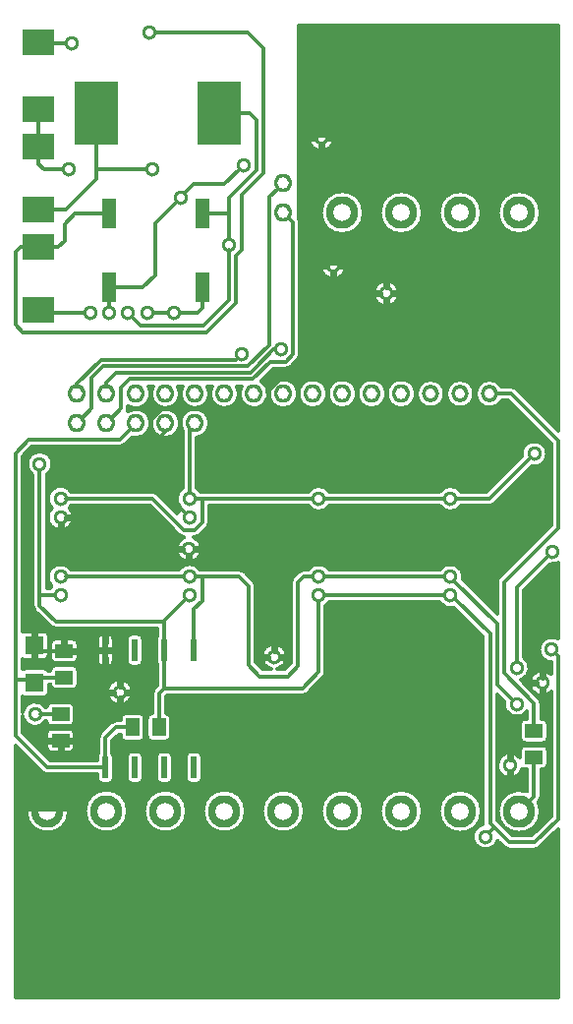
<source format=gbr>
G04 GERBER 5220*
%INB2*%
%LNTOP*%
%FSLAX35Y35*%
%IPPOS*%
%LPD*%
%OFA0B0*%
%MOMM*%
%ADD10C,0.30480*%
%ADD20C,0.30000*%
%ADD24R,1.60000X1.60000*%
%ADD25R,1.50000X1.20000*%
%ADD26R,1.20000X1.50000*%
%ADD29R,2.70000X2.20000*%
%ADD86R,0.50000X1.90000*%
%ADD132C,0.60000*%
%ADD146C,1.30000X0.70000*%
%ADD150O,1.60000X1.60000X1.00000*%
%ADD151O,1.60000X1.60000X1.00000*%
%ADD204O,1.50114X1.50114X0.90000*%
%ADD251C,2.80000X1.50000*%
%ADD263R,1.27000X2.54000*%
%ADD265R,3.70000X5.50000*%
X0Y0D02*
D02*
D10*
X2611552Y6884443D02*
G75*
G02X2622886Y6849271I-48906J-35172D01*
G01*
Y5710584*
G75*
G02X2605242Y5667988I-60240*
G01*
X2543680Y5606426*
G75*
G02X2501084Y5588782I-42596J42596*
G01*
X2395254*
X2287944Y5481472*
G75*
G02X2226677Y5247000I-61267J-109232*
G01*
G75*
G02X2119784Y5437500J125240*
G01*
X2079570*
G75*
G02X1972677Y5247000I-106893J-65260*
G01*
G75*
G02X1865784Y5437500J125240*
G01*
X1825570*
G75*
G02X1718677Y5247000I-106893J-65260*
G01*
G75*
G02X1611784Y5437500J125240*
G01*
X1571570*
G75*
G02X1464677Y5247000I-106893J-65260*
G01*
G75*
G02X1357784Y5437500J125240*
G01*
X1317570*
G75*
G02X1143542Y5266514I-106893J-65260*
G01*
Y5244865*
G75*
G02X1138405Y5220523I-60240*
G01*
G75*
G02X1210677Y5243480I72272J-102283*
G01*
G75*
G02Y4993000J-125240*
G01*
G75*
G02X1176071Y4997876J125240*
G01*
X1111869Y4933674*
G75*
G02X1068990Y4915913I-42879J42879*
G01*
X313005*
X233120Y4836026*
Y3323681*
G75*
G02X255683Y3329709I22563J-39212*
G01*
X415683*
G75*
G02X460923Y3284469J-45240*
G01*
Y3124469*
G75*
G02X415683Y3079229I-45240*
G01*
X255683*
G75*
G02X233120Y3085257J45240*
G01*
Y3001472*
G75*
G02X256923Y3008240I23803J-38472*
G01*
X416923*
G75*
G02X452668Y2990730J-45240*
G01*
X472563*
G75*
G02X517802Y3035730I45239J-240*
G01*
X667802*
G75*
G02X713042Y2990490J-45240*
G01*
Y2870490*
G75*
G02X667802Y2825250I-45240*
G01*
X517802*
G75*
G02X472563Y2870250J45240*
G01*
X462163*
Y2803000*
G75*
G02X416923Y2757760I-45240*
G01*
X256923*
G75*
G02X232720Y2764779I1J45240*
G01*
Y2634074*
G75*
G02X433441Y2674230I108395J-20084*
G01*
X440563*
G75*
G02X485802Y2719230I45239J-240*
G01*
X635802*
G75*
G02X681042Y2673990J-45240*
G01*
Y2553990*
G75*
G02X635802Y2508750I-45240*
G01*
X485802*
G75*
G02X440563Y2553750J45240*
G01*
X433441*
G75*
G02X232720Y2593906I-92326J60240*
G01*
Y2455880*
X473120Y2215480*
X877562*
Y2250240*
G75*
G02X887562Y2278609I45240*
G01*
Y2407552*
G75*
G02X905206Y2450148I60240*
G01*
X997894Y2542836*
G75*
G02X1040490Y2560480I42596J-42596*
G01*
X1077812*
Y2575240*
G75*
G02X1123052Y2620480I45240*
G01*
X1243052*
G75*
G02X1288292Y2575240J-45240*
G01*
Y2425240*
G75*
G02X1243052Y2380000I-45240*
G01*
X1123052*
G75*
G02X1077812Y2425240J45240*
G01*
Y2440000*
X1065442*
X1008042Y2382600*
Y2278609*
G75*
G02X1018042Y2250240I-35240J-28369*
G01*
Y2060240*
G75*
G02X972802Y2015000I-45240*
G01*
X922802*
G75*
G02X877562Y2060240J45240*
G01*
Y2095000*
X448168*
G75*
G02X405572Y2112644J60240*
G01*
X172720Y2345496*
Y172720*
X4848312*
X4848314Y1626746*
X4689367Y1467798*
G75*
G02X4646488Y1450037I-42879J42879*
G01*
X4428052*
G75*
G02X4385173Y1467798J60640*
G01*
X4327072Y1525899*
G75*
G02X4111875Y1559615I-104957J33716*
G01*
G75*
G02X4200711Y1667757I110240*
G01*
G75*
G02X4199787Y1678302I59716J10546*
G01*
Y3283622*
X3952071Y3531338*
G75*
G02X3827039Y3576375I-32706J105277*
G01*
X2878191*
G75*
G02X2846105Y3544289I-92326J60240*
G01*
Y2975115*
G75*
G02X2828461Y2932519I-60240*
G01*
X2686836Y2790894*
G75*
G02X2644240Y2773250I-42596J42596*
G01*
X1480754*
X1470792Y2763288*
Y2620479*
G75*
G02X1515792Y2575240I-240J-45239*
G01*
Y2425240*
G75*
G02X1470552Y2380000I-45240*
G01*
X1350552*
G75*
G02X1305312Y2425240J45240*
G01*
Y2575240*
G75*
G02X1350312Y2620479I45240*
G01*
Y2788240*
G75*
G02X1367956Y2830836I60240*
G01*
X1395562Y2858442*
Y3041871*
G75*
G02X1385562Y3070240I35240J28369*
G01*
Y3260240*
G75*
G02X1395562Y3288609I45240*
G01*
Y3351063*
X520927*
G75*
G02X478331Y3368707J60240*
G01*
X339644Y3507394*
G75*
G02X322000Y3549990I42596J42596*
G01*
Y3626140*
G75*
G02Y3645840I60240J9850*
G01*
Y4672289*
G75*
G02X272000Y4764615I60240J92326*
G01*
G75*
G02X492480I110240*
G01*
G75*
G02X442480Y4672289I-110240*
G01*
Y3696855*
X468539*
G75*
G02X485284Y3716867I92325J-60241*
G01*
G75*
G02X450562Y3797178I75518J80311*
G01*
G75*
G02X652865Y3857818I110240*
G01*
X1579780*
G75*
G02X1763601Y3858155I92022J-60703*
G01*
X1773143*
G75*
G02X1790587I8722J-61040*
G01*
X2100990*
G75*
G02X2144152Y3840277J-61040*
G01*
X2225839Y3758590*
G75*
G02X2243717Y3715428I-43162J-43162*
G01*
Y3061087*
X2303711Y3001093*
X2375957*
G75*
G02X2291125Y3108365I25408J107272*
G01*
G75*
G02X2511605I110240*
G01*
G75*
G02X2426773Y3001093I-110240*
G01*
X2491331*
X2544200Y3053962*
Y3745740*
G75*
G02X2562078Y3788902I61040*
G01*
X2613453Y3840277*
G75*
G02X2656615Y3858155I43162J-43162*
G01*
X2694066*
G75*
G02X2878191Y3857355I91799J-61040*
G01*
X3827039*
G75*
G02X4027343Y3774895I92326J-60240*
G01*
X4319912Y3482326*
Y3750753*
G75*
G02X4337673Y3793632I60640*
G01*
X4787912Y4243871*
Y4944305*
X4420617Y5311600*
X4362697*
G75*
G02X4258802Y5251943I-103895J60640*
G01*
G75*
G02Y5492537J120297*
G01*
G75*
G02X4362697Y5432880J-120297*
G01*
X4445735*
G75*
G02X4488614Y5415119J-60640*
G01*
X4848318Y5055415*
X4848322Y8537760*
X2611552*
Y6884443*
X263437Y1779740D02*
G75*
G02X633917I185240D01*
G01*
G75*
G02X263437I-185240*
G01*
X485017Y4388803D02*
G75*
G02X450625Y4468803I75848J80000D01*
G01*
G75*
G02X653191Y4529043I110240*
G01*
X1356036*
G75*
G02X1398632Y4511399J-60240*
G01*
X1567008Y4343023*
G75*
G02X1595954Y4388803I104795J-34219*
G01*
G75*
G02X1611562Y4561129I75848J80000*
G01*
Y5053344*
G75*
G02X1593437Y5118240I107115J64896*
G01*
G75*
G02X1843917I125240*
G01*
G75*
G02X1732042Y4993715I-125240*
G01*
Y4561129*
G75*
G02X1764128Y4529043I-60240J-92326*
G01*
X1771577*
G75*
G02X1791277I9850J-60240*
G01*
X2693539*
G75*
G02X2878191I92326J-60240*
G01*
X3827039*
G75*
G02X4011691I92326J-60240*
G01*
X4232225*
X4534672Y4831490*
G75*
G02X4532312Y4854178I107880J22688*
G01*
G75*
G02X4752792I110240*
G01*
G75*
G02X4619864Y4746298I-110240*
G01*
X4299773Y4426207*
G75*
G02X4257177Y4408563I-42596J42596*
G01*
X4011691*
G75*
G02X3827039I-92326J60240*
G01*
X2878191*
G75*
G02X2693539I-92326J60240*
G01*
X1842248*
Y4263375*
G75*
G02X1824604Y4220779I-60240*
G01*
X1759844Y4156019*
G75*
G02X1717248Y4138375I-42596J42596*
G01*
X1709160*
G75*
G02X1777605Y4036365I-41795J-102010*
G01*
G75*
G02X1557125I-110240*
G01*
G75*
G02X1625579Y4138378I110240*
G01*
G75*
G02X1583628Y4156019I646J60237*
G01*
X1331084Y4408563*
X653191*
G75*
G02X636713Y4388803I-92326J60240*
G01*
G75*
G02X671105Y4308803I-75848J-80000*
G01*
G75*
G02X450625I-110240*
G01*
G75*
G02X485017Y4388803I110240*
G01*
X485802Y2281250D02*
G75*
G02X440562Y2326490J45240D01*
G01*
Y2446490*
G75*
G02X485802Y2491730I45240*
G01*
X635802*
G75*
G02X681042Y2446490J-45240*
G01*
Y2326490*
G75*
G02X635802Y2281250I-45240*
G01*
X485802*
X517802Y3052750D02*
G75*
G02X472562Y3097990J45240D01*
G01*
Y3217990*
G75*
G02X517802Y3263230I45240*
G01*
X667802*
G75*
G02X713042Y3217990J-45240*
G01*
Y3097990*
G75*
G02X667802Y3052750I-45240*
G01*
X517802*
X771437Y1779740D02*
G75*
G02X1141917I185240D01*
G01*
G75*
G02X771437I-185240*
G01*
X961562Y2804428D02*
G75*
G02X1182042I110240D01*
G01*
G75*
G02X961562I-110240*
G01*
X1018042Y3070240D02*
G75*
G02X972802Y3025000I-45240D01*
G01*
X922802*
G75*
G02X877562Y3070240J45240*
G01*
Y3260240*
G75*
G02X922802Y3305480I45240*
G01*
X972802*
G75*
G02X1018042Y3260240J-45240*
G01*
Y3070240*
X1131562Y2250240D02*
G75*
G02X1176802Y2295480I45240D01*
G01*
X1226802*
G75*
G02X1272042Y2250240J-45240*
G01*
Y2060240*
G75*
G02X1226802Y2015000I-45240*
G01*
X1176802*
G75*
G02X1131562Y2060240J45240*
G01*
Y2250240*
X1272042Y3070240D02*
G75*
G02X1226802Y3025000I-45240D01*
G01*
X1176802*
G75*
G02X1131562Y3070240J45240*
G01*
Y3260240*
G75*
G02X1176802Y3305480I45240*
G01*
X1226802*
G75*
G02X1272042Y3260240J-45240*
G01*
Y3070240*
X1279437Y1779740D02*
G75*
G02X1649917I185240D01*
G01*
G75*
G02X1279437I-185240*
G01*
X1385562Y2250240D02*
G75*
G02X1430802Y2295480I45240D01*
G01*
X1480802*
G75*
G02X1526042Y2250240J-45240*
G01*
Y2060240*
G75*
G02X1480802Y2015000I-45240*
G01*
X1430802*
G75*
G02X1385562Y2060240J45240*
G01*
Y2250240*
X1464677Y4993000D02*
G75*
G02Y5243480J125240D01*
G01*
G75*
G02Y4993000J-125240*
G01*
X1639562Y2250240D02*
G75*
G02X1684802Y2295480I45240D01*
G01*
X1734802*
G75*
G02X1780042Y2250240J-45240*
G01*
Y2060240*
G75*
G02X1734802Y2015000I-45240*
G01*
X1684802*
G75*
G02X1639562Y2060240J45240*
G01*
Y2250240*
X1787437Y1779740D02*
G75*
G02X2157917I185240D01*
G01*
G75*
G02X1787437I-185240*
G01*
X2295437D02*
G75*
G02X2665917I185240D01*
G01*
G75*
G02X2295437I-185240*
G01*
X2480677Y5497480D02*
G75*
G02Y5247000J-125240D01*
G01*
G75*
G02Y5497480J125240*
G01*
X2698187Y7573428D02*
G75*
G02X2918667I110240D01*
G01*
G75*
G02X2698187I-110240*
G01*
X2734802Y5497480D02*
G75*
G02Y5247000J-125240D01*
G01*
G75*
G02Y5497480J125240*
G01*
X2800625Y6471990D02*
G75*
G02X3021105I110240D01*
G01*
G75*
G02X2800625I-110240*
G01*
X2803437Y1779740D02*
G75*
G02X3173917I185240D01*
G01*
G75*
G02X2803437I-185240*
G01*
X2988802Y5497480D02*
G75*
G02Y5247000J-125240D01*
G01*
G75*
G02Y5497480J125240*
G01*
X3173917Y6931240D02*
G75*
G02X2803437I-185240D01*
G01*
G75*
G02X3173917I185240*
G01*
X3242802Y5497480D02*
G75*
G02Y5247000J-125240D01*
G01*
G75*
G02Y5497480J125240*
G01*
X3256750Y6236240D02*
G75*
G02X3477230I110240D01*
G01*
G75*
G02X3256750I-110240*
G01*
X3311437Y1778417D02*
G75*
G02X3681917I185240D01*
G01*
G75*
G02X3311437I-185240*
G01*
X3496802Y5497480D02*
G75*
G02Y5247000J-125240D01*
G01*
G75*
G02Y5497480J125240*
G01*
X3681917Y6931240D02*
G75*
G02X3311437I-185240D01*
G01*
G75*
G02X3681917I185240*
G01*
X3750802Y5492537D02*
G75*
G02Y5251943J-120297D01*
G01*
G75*
G02Y5492537J120297*
G01*
X3819437Y1778417D02*
G75*
G02X4189917I185240D01*
G01*
G75*
G02X3819437I-185240*
G01*
X4004802Y5492537D02*
G75*
G02Y5251943J-120297D01*
G01*
G75*
G02Y5492537J120297*
G01*
X4189917Y6931240D02*
G75*
G02X3819437I-185240D01*
G01*
G75*
G02X4189917I185240*
G01*
X4697917D02*
G75*
G02X4327437I-185240D01*
G01*
G75*
G02X4697917I185240*
G01*
X172720Y1779740D02*
G36*
Y172720D01*
X4848312*
X4848314Y1626746*
X4689367Y1467798*
G75*
G02X4646488Y1450037I-42879J42879*
G01*
X4428052*
G75*
G02X4385173Y1467798J60640*
G01*
X4327072Y1525899*
G75*
G02X4111875Y1559615I-104957J33716*
G01*
G75*
G02X4200711Y1667757I110240*
G01*
G75*
G02X4199787Y1678302I59716J10546*
G01*
Y1779740*
X4189912*
G75*
G02X4189917Y1778417I-185233J-1362*
G01*
G75*
G02X3819437I-185240*
G01*
G75*
G02X3819442Y1779740I185238J-39*
G01*
X3681912*
G75*
G02X3681917Y1778417I-185233J-1362*
G01*
G75*
G02X3311437I-185240*
G01*
G75*
G02X3311442Y1779740I185238J-39*
G01*
X3173917*
G75*
G02X2803437I-185240*
G01*
X2665917*
G75*
G02X2295437I-185240*
G01*
X2157917*
G75*
G02X1787437I-185240*
G01*
X1649917*
G75*
G02X1279437I-185240*
G01*
X1141917*
G75*
G02X771437I-185240*
G01*
X633917*
G75*
G02X263437I-185240*
G01*
X172720*
G37*
G36*
Y172720*
X4848312*
X4848314Y1626746*
X4689367Y1467798*
G75*
G02X4646488Y1450037I-42879J42879*
G01*
X4428052*
G75*
G02X4385173Y1467798J60640*
G01*
X4327072Y1525899*
G75*
G02X4111875Y1559615I-104957J33716*
G01*
G75*
G02X4200711Y1667757I110240*
G01*
G75*
G02X4199787Y1678302I59716J10546*
G01*
Y1779740*
X4189912*
G75*
G02X4189917Y1778417I-185233J-1362*
G01*
G75*
G02X3819437I-185240*
G01*
G75*
G02X3819442Y1779740I185238J-39*
G01*
X3681912*
G75*
G02X3681917Y1778417I-185233J-1362*
G01*
G75*
G02X3311437I-185240*
G01*
G75*
G02X3311442Y1779740I185238J-39*
G01*
X3173917*
G75*
G02X2803437I-185240*
G01*
X2665917*
G75*
G02X2295437I-185240*
G01*
X2157917*
G75*
G02X1787437I-185240*
G01*
X1649917*
G75*
G02X1279437I-185240*
G01*
X1141917*
G75*
G02X771437I-185240*
G01*
X633917*
G75*
G02X263437I-185240*
G01*
X172720*
G37*
X263437D02*
G36*
G75*
G02X633917I185240D01*
G01*
X771437*
G75*
G02X1141917I185240*
G01*
X1279437*
G75*
G02X1649917I185240*
G01*
X1787437*
G75*
G02X2157917I185240*
G01*
X2295437*
G75*
G02X2665917I185240*
G01*
X2803437*
G75*
G02X3173917I185240*
G01*
X3311442*
G75*
G02X3681912I185235J-1323*
G01*
X3819442*
G75*
G02X4189912I185235J-1323*
G01*
X4199787*
Y2155240*
X1780042*
Y2060240*
G75*
G02X1734802Y2015000I-45240*
G01*
X1684802*
G75*
G02X1639562Y2060240J45240*
G01*
Y2155240*
X1526042*
Y2060240*
G75*
G02X1480802Y2015000I-45240*
G01*
X1430802*
G75*
G02X1385562Y2060240J45240*
G01*
Y2155240*
X1272042*
Y2060240*
G75*
G02X1226802Y2015000I-45240*
G01*
X1176802*
G75*
G02X1131562Y2060240J45240*
G01*
Y2155240*
X1018042*
Y2060240*
G75*
G02X972802Y2015000I-45240*
G01*
X922802*
G75*
G02X877562Y2060240J45240*
G01*
Y2095000*
X448168*
G75*
G02X405572Y2112644J60240*
G01*
X172720Y2345496*
Y1779740*
X263437*
G37*
G36*
G75*
G02X633917I185240*
G01*
X771437*
G75*
G02X1141917I185240*
G01*
X1279437*
G75*
G02X1649917I185240*
G01*
X1787437*
G75*
G02X2157917I185240*
G01*
X2295437*
G75*
G02X2665917I185240*
G01*
X2803437*
G75*
G02X3173917I185240*
G01*
X3311442*
G75*
G02X3681912I185235J-1323*
G01*
X3819442*
G75*
G02X4189912I185235J-1323*
G01*
X4199787*
Y2155240*
X1780042*
Y2060240*
G75*
G02X1734802Y2015000I-45240*
G01*
X1684802*
G75*
G02X1639562Y2060240J45240*
G01*
Y2155240*
X1526042*
Y2060240*
G75*
G02X1480802Y2015000I-45240*
G01*
X1430802*
G75*
G02X1385562Y2060240J45240*
G01*
Y2155240*
X1272042*
Y2060240*
G75*
G02X1226802Y2015000I-45240*
G01*
X1176802*
G75*
G02X1131562Y2060240J45240*
G01*
Y2155240*
X1018042*
Y2060240*
G75*
G02X972802Y2015000I-45240*
G01*
X922802*
G75*
G02X877562Y2060240J45240*
G01*
Y2095000*
X448168*
G75*
G02X405572Y2112644J60240*
G01*
X172720Y2345496*
Y1779740*
X263437*
G37*
X442480Y4584802D02*
G36*
Y3696855D01*
X468539*
G75*
G02X485284Y3716867I92325J-60241*
G01*
G75*
G02X450562Y3797178I75518J80311*
G01*
G75*
G02X652865Y3857818I110240*
G01*
X1579780*
G75*
G02X1763601Y3858155I92022J-60703*
G01*
X1773143*
G75*
G02X1790587I8722J-61040*
G01*
X2100990*
G75*
G02X2144152Y3840277J-61040*
G01*
X2225839Y3758590*
G75*
G02X2243717Y3715428I-43162J-43162*
G01*
Y3061087*
X2303711Y3001093*
X2375957*
G75*
G02X2291125Y3108365I25408J107272*
G01*
G75*
G02X2511605I110240*
G01*
G75*
G02X2426773Y3001093I-110240*
G01*
X2491331*
X2544200Y3053962*
Y3745740*
G75*
G02X2562078Y3788902I61040*
G01*
X2613453Y3840277*
G75*
G02X2656615Y3858155I43162J-43162*
G01*
X2694066*
G75*
G02X2878191Y3857355I91799J-61040*
G01*
X3827039*
G75*
G02X4027343Y3774895I92326J-60240*
G01*
X4319912Y3482326*
Y3750753*
G75*
G02X4337673Y3793632I60640*
G01*
X4787912Y4243871*
Y4584802*
X4458368*
X4299773Y4426207*
G75*
G02X4257177Y4408563I-42596J42596*
G01*
X4011691*
G75*
G02X3827039I-92326J60240*
G01*
X2878191*
G75*
G02X2693539I-92326J60240*
G01*
X1842248*
Y4263375*
G75*
G02X1824604Y4220779I-60240*
G01*
X1759844Y4156019*
G75*
G02X1717248Y4138375I-42596J42596*
G01*
X1709160*
G75*
G02X1777605Y4036365I-41795J-102010*
G01*
G75*
G02X1557125I-110240*
G01*
G75*
G02X1625579Y4138378I110240*
G01*
G75*
G02X1583628Y4156019I646J60237*
G01*
X1331084Y4408563*
X653191*
G75*
G02X636713Y4388803I-92326J60240*
G01*
G75*
G02X671105Y4308803I-75848J-80000*
G01*
G75*
G02X450625I-110240*
G01*
G75*
G02X485017Y4388803I110240*
G01*
G75*
G02X450625Y4468803I75848J80000*
G01*
G75*
G02X653191Y4529043I110240*
G01*
X1356036*
G75*
G02X1398632Y4511399J-60240*
G01*
X1567008Y4343023*
G75*
G02X1595954Y4388803I104795J-34219*
G01*
G75*
G02X1611562Y4561129I75848J80000*
G01*
Y4584802*
X442480*
G37*
G36*
Y3696855*
X468539*
G75*
G02X485284Y3716867I92325J-60241*
G01*
G75*
G02X450562Y3797178I75518J80311*
G01*
G75*
G02X652865Y3857818I110240*
G01*
X1579780*
G75*
G02X1763601Y3858155I92022J-60703*
G01*
X1773143*
G75*
G02X1790587I8722J-61040*
G01*
X2100990*
G75*
G02X2144152Y3840277J-61040*
G01*
X2225839Y3758590*
G75*
G02X2243717Y3715428I-43162J-43162*
G01*
Y3061087*
X2303711Y3001093*
X2375957*
G75*
G02X2291125Y3108365I25408J107272*
G01*
G75*
G02X2511605I110240*
G01*
G75*
G02X2426773Y3001093I-110240*
G01*
X2491331*
X2544200Y3053962*
Y3745740*
G75*
G02X2562078Y3788902I61040*
G01*
X2613453Y3840277*
G75*
G02X2656615Y3858155I43162J-43162*
G01*
X2694066*
G75*
G02X2878191Y3857355I91799J-61040*
G01*
X3827039*
G75*
G02X4027343Y3774895I92326J-60240*
G01*
X4319912Y3482326*
Y3750753*
G75*
G02X4337673Y3793632I60640*
G01*
X4787912Y4243871*
Y4584802*
X4458368*
X4299773Y4426207*
G75*
G02X4257177Y4408563I-42596J42596*
G01*
X4011691*
G75*
G02X3827039I-92326J60240*
G01*
X2878191*
G75*
G02X2693539I-92326J60240*
G01*
X1842248*
Y4263375*
G75*
G02X1824604Y4220779I-60240*
G01*
X1759844Y4156019*
G75*
G02X1717248Y4138375I-42596J42596*
G01*
X1709160*
G75*
G02X1777605Y4036365I-41795J-102010*
G01*
G75*
G02X1557125I-110240*
G01*
G75*
G02X1625579Y4138378I110240*
G01*
G75*
G02X1583628Y4156019I646J60237*
G01*
X1331084Y4408563*
X653191*
G75*
G02X636713Y4388803I-92326J60240*
G01*
G75*
G02X671105Y4308803I-75848J-80000*
G01*
G75*
G02X450625I-110240*
G01*
G75*
G02X485017Y4388803I110240*
G01*
G75*
G02X450625Y4468803I75848J80000*
G01*
G75*
G02X653191Y4529043I110240*
G01*
X1356036*
G75*
G02X1398632Y4511399J-60240*
G01*
X1567008Y4343023*
G75*
G02X1595954Y4388803I104795J-34219*
G01*
G75*
G02X1611562Y4561129I75848J80000*
G01*
Y4584802*
X442480*
G37*
X1611562D02*
G36*
Y5053344D01*
G75*
G02X1593437Y5118240I107115J64896*
G01*
X1589917*
G75*
G02X1464677Y4993000I-125240*
G01*
G75*
G02X1339437Y5118240J125240*
G01*
X1335917*
G75*
G02X1176071Y4997876I-125240*
G01*
X1111869Y4933674*
G75*
G02X1068990Y4915913I-42879J42879*
G01*
X313005*
X233120Y4836026*
Y3323681*
G75*
G02X255683Y3329709I22563J-39212*
G01*
X415683*
G75*
G02X460923Y3284469J-45240*
G01*
Y3157990*
X472562*
Y3217990*
G75*
G02X517802Y3263230I45240*
G01*
X667802*
G75*
G02X713042Y3217990J-45240*
G01*
Y3157990*
X877562*
Y3260240*
G75*
G02X922802Y3305480I45240*
G01*
X972802*
G75*
G02X1018042Y3260240J-45240*
G01*
Y3157990*
X1131562*
Y3260240*
G75*
G02X1176802Y3305480I45240*
G01*
X1226802*
G75*
G02X1272042Y3260240J-45240*
G01*
Y3157990*
X1385562*
Y3260240*
G75*
G02X1395562Y3288609I45240*
G01*
Y3351063*
X520927*
G75*
G02X478331Y3368707J60240*
G01*
X339644Y3507394*
G75*
G02X322000Y3549990I42596J42596*
G01*
Y3626140*
G75*
G02Y3645840I60240J9850*
G01*
Y4672289*
G75*
G02X272000Y4764615I60240J92326*
G01*
G75*
G02X492480I110240*
G01*
G75*
G02X442480Y4672289I-110240*
G01*
Y4584802*
X1611562*
G37*
G36*
Y5053344*
G75*
G02X1593437Y5118240I107115J64896*
G01*
X1589917*
G75*
G02X1464677Y4993000I-125240*
G01*
G75*
G02X1339437Y5118240J125240*
G01*
X1335917*
G75*
G02X1176071Y4997876I-125240*
G01*
X1111869Y4933674*
G75*
G02X1068990Y4915913I-42879J42879*
G01*
X313005*
X233120Y4836026*
Y3323681*
G75*
G02X255683Y3329709I22563J-39212*
G01*
X415683*
G75*
G02X460923Y3284469J-45240*
G01*
Y3157990*
X472562*
Y3217990*
G75*
G02X517802Y3263230I45240*
G01*
X667802*
G75*
G02X713042Y3217990J-45240*
G01*
Y3157990*
X877562*
Y3260240*
G75*
G02X922802Y3305480I45240*
G01*
X972802*
G75*
G02X1018042Y3260240J-45240*
G01*
Y3157990*
X1131562*
Y3260240*
G75*
G02X1176802Y3305480I45240*
G01*
X1226802*
G75*
G02X1272042Y3260240J-45240*
G01*
Y3157990*
X1385562*
Y3260240*
G75*
G02X1395562Y3288609I45240*
G01*
Y3351063*
X520927*
G75*
G02X478331Y3368707J60240*
G01*
X339644Y3507394*
G75*
G02X322000Y3549990I42596J42596*
G01*
Y3626140*
G75*
G02Y3645840I60240J9850*
G01*
Y4672289*
G75*
G02X272000Y4764615I60240J92326*
G01*
G75*
G02X492480I110240*
G01*
G75*
G02X442480Y4672289I-110240*
G01*
Y4584802*
X1611562*
G37*
X4787912D02*
G36*
Y4944305D01*
X4613977Y5118240*
X1843917*
G75*
G02X1732042Y4993715I-125240*
G01*
Y4561129*
G75*
G02X1764128Y4529043I-60240J-92326*
G01*
X1771577*
G75*
G02X1791277I9850J-60240*
G01*
X2693539*
G75*
G02X2878191I92326J-60240*
G01*
X3827039*
G75*
G02X4011691I92326J-60240*
G01*
X4232225*
X4534672Y4831490*
G75*
G02X4532312Y4854178I107880J22688*
G01*
G75*
G02X4752792I110240*
G01*
G75*
G02X4619864Y4746298I-110240*
G01*
X4458368Y4584802*
X4787912*
G37*
G36*
Y4944305*
X4613977Y5118240*
X1843917*
G75*
G02X1732042Y4993715I-125240*
G01*
Y4561129*
G75*
G02X1764128Y4529043I-60240J-92326*
G01*
X1771577*
G75*
G02X1791277I9850J-60240*
G01*
X2693539*
G75*
G02X2878191I92326J-60240*
G01*
X3827039*
G75*
G02X4011691I92326J-60240*
G01*
X4232225*
X4534672Y4831490*
G75*
G02X4532312Y4854178I107880J22688*
G01*
G75*
G02X4752792I110240*
G01*
G75*
G02X4619864Y4746298I-110240*
G01*
X4458368Y4584802*
X4787912*
G37*
X302110Y2386490D02*
G36*
X473120Y2215480D01*
X877562*
Y2250240*
G75*
G02X887562Y2278609I45240*
G01*
Y2386490*
X681042*
Y2326490*
G75*
G02X635802Y2281250I-45240*
G01*
X485802*
G75*
G02X440562Y2326490J45240*
G01*
Y2386490*
X302110*
G37*
G36*
X473120Y2215480*
X877562*
Y2250240*
G75*
G02X887562Y2278609I45240*
G01*
Y2386490*
X681042*
Y2326490*
G75*
G02X635802Y2281250I-45240*
G01*
X485802*
G75*
G02X440562Y2326490J45240*
G01*
Y2386490*
X302110*
G37*
X440562D02*
G36*
Y2446490D01*
G75*
G02X485802Y2491730I45240*
G01*
X635802*
G75*
G02X681042Y2446490J-45240*
G01*
Y2386490*
X887562*
Y2407552*
G75*
G02X905206Y2450148I60240*
G01*
X997894Y2542836*
G75*
G02X1040490Y2560480I42596J-42596*
G01*
X1077812*
Y2575240*
G75*
G02X1123052Y2620480I45240*
G01*
X1243052*
G75*
G02X1288292Y2575240J-45240*
G01*
Y2425240*
G75*
G02X1243052Y2380000I-45240*
G01*
X1123052*
G75*
G02X1077812Y2425240J45240*
G01*
Y2440000*
X1065442*
X1008042Y2382600*
Y2278609*
G75*
G02X1018042Y2250240I-35240J-28369*
G01*
Y2155240*
X1131562*
Y2250240*
G75*
G02X1176802Y2295480I45240*
G01*
X1226802*
G75*
G02X1272042Y2250240J-45240*
G01*
Y2155240*
X1385562*
Y2250240*
G75*
G02X1430802Y2295480I45240*
G01*
X1480802*
G75*
G02X1526042Y2250240J-45240*
G01*
Y2155240*
X1639562*
Y2250240*
G75*
G02X1684802Y2295480I45240*
G01*
X1734802*
G75*
G02X1780042Y2250240J-45240*
G01*
Y2155240*
X4199787*
Y3283622*
X3952071Y3531338*
G75*
G02X3827039Y3576375I-32706J105277*
G01*
X2878191*
G75*
G02X2846105Y3544289I-92326J60240*
G01*
Y2975115*
G75*
G02X2828461Y2932519I-60240*
G01*
X2686836Y2790894*
G75*
G02X2644240Y2773250I-42596J42596*
G01*
X1480754*
X1470792Y2763288*
Y2620479*
G75*
G02X1515792Y2575240I-240J-45239*
G01*
Y2425240*
G75*
G02X1470552Y2380000I-45240*
G01*
X1350552*
G75*
G02X1305312Y2425240J45240*
G01*
Y2575240*
G75*
G02X1350312Y2620479I45240*
G01*
Y2788240*
G75*
G02X1352528Y2804428I60240J-1*
G01*
X1182042*
G75*
G02X961562I-110240*
G01*
X462163*
Y2803000*
G75*
G02X416923Y2757760I-45240*
G01*
X256923*
G75*
G02X232720Y2764779I1J45240*
G01*
Y2634074*
G75*
G02X433441Y2674230I108395J-20084*
G01*
X440563*
G75*
G02X485802Y2719230I45239J-240*
G01*
X635802*
G75*
G02X681042Y2673990J-45240*
G01*
Y2553990*
G75*
G02X635802Y2508750I-45240*
G01*
X485802*
G75*
G02X440563Y2553750J45240*
G01*
X433441*
G75*
G02X232720Y2593906I-92326J60240*
G01*
Y2455880*
X302110Y2386490*
X440562*
G37*
G36*
Y2446490*
G75*
G02X485802Y2491730I45240*
G01*
X635802*
G75*
G02X681042Y2446490J-45240*
G01*
Y2386490*
X887562*
Y2407552*
G75*
G02X905206Y2450148I60240*
G01*
X997894Y2542836*
G75*
G02X1040490Y2560480I42596J-42596*
G01*
X1077812*
Y2575240*
G75*
G02X1123052Y2620480I45240*
G01*
X1243052*
G75*
G02X1288292Y2575240J-45240*
G01*
Y2425240*
G75*
G02X1243052Y2380000I-45240*
G01*
X1123052*
G75*
G02X1077812Y2425240J45240*
G01*
Y2440000*
X1065442*
X1008042Y2382600*
Y2278609*
G75*
G02X1018042Y2250240I-35240J-28369*
G01*
Y2155240*
X1131562*
Y2250240*
G75*
G02X1176802Y2295480I45240*
G01*
X1226802*
G75*
G02X1272042Y2250240J-45240*
G01*
Y2155240*
X1385562*
Y2250240*
G75*
G02X1430802Y2295480I45240*
G01*
X1480802*
G75*
G02X1526042Y2250240J-45240*
G01*
Y2155240*
X1639562*
Y2250240*
G75*
G02X1684802Y2295480I45240*
G01*
X1734802*
G75*
G02X1780042Y2250240J-45240*
G01*
Y2155240*
X4199787*
Y3283622*
X3952071Y3531338*
G75*
G02X3827039Y3576375I-32706J105277*
G01*
X2878191*
G75*
G02X2846105Y3544289I-92326J60240*
G01*
Y2975115*
G75*
G02X2828461Y2932519I-60240*
G01*
X2686836Y2790894*
G75*
G02X2644240Y2773250I-42596J42596*
G01*
X1480754*
X1470792Y2763288*
Y2620479*
G75*
G02X1515792Y2575240I-240J-45239*
G01*
Y2425240*
G75*
G02X1470552Y2380000I-45240*
G01*
X1350552*
G75*
G02X1305312Y2425240J45240*
G01*
Y2575240*
G75*
G02X1350312Y2620479I45240*
G01*
Y2788240*
G75*
G02X1352528Y2804428I60240J-1*
G01*
X1182042*
G75*
G02X961562I-110240*
G01*
X462163*
Y2803000*
G75*
G02X416923Y2757760I-45240*
G01*
X256923*
G75*
G02X232720Y2764779I1J45240*
G01*
Y2634074*
G75*
G02X433441Y2674230I108395J-20084*
G01*
X440563*
G75*
G02X485802Y2719230I45239J-240*
G01*
X635802*
G75*
G02X681042Y2673990J-45240*
G01*
Y2553990*
G75*
G02X635802Y2508750I-45240*
G01*
X485802*
G75*
G02X440563Y2553750J45240*
G01*
X433441*
G75*
G02X232720Y2593906I-92326J60240*
G01*
Y2455880*
X302110Y2386490*
X440562*
G37*
X460923Y3157990D02*
G36*
Y3124469D01*
G75*
G02X415683Y3079229I-45240*
G01*
X255683*
G75*
G02X233120Y3085257J45240*
G01*
Y3001472*
G75*
G02X256923Y3008240I23803J-38472*
G01*
X416923*
G75*
G02X452668Y2990730J-45240*
G01*
X472563*
G75*
G02X517802Y3035730I45239J-240*
G01*
X667802*
G75*
G02X713042Y2990490J-45240*
G01*
Y2870490*
G75*
G02X667802Y2825250I-45240*
G01*
X517802*
G75*
G02X472563Y2870250J45240*
G01*
X462163*
Y2804428*
X961562*
G75*
G02X1182042I110240*
G01*
X1352528*
G75*
G02X1367956Y2830836I58024J-16188*
G01*
X1395562Y2858442*
Y3041871*
G75*
G02X1385562Y3070240I35240J28369*
G01*
Y3157990*
X1272042*
Y3070240*
G75*
G02X1226802Y3025000I-45240*
G01*
X1176802*
G75*
G02X1131562Y3070240J45240*
G01*
Y3157990*
X1018042*
Y3070240*
G75*
G02X972802Y3025000I-45240*
G01*
X922802*
G75*
G02X877562Y3070240J45240*
G01*
Y3157990*
X713042*
Y3097990*
G75*
G02X667802Y3052750I-45240*
G01*
X517802*
G75*
G02X472562Y3097990J45240*
G01*
Y3157990*
X460923*
G37*
G36*
Y3124469*
G75*
G02X415683Y3079229I-45240*
G01*
X255683*
G75*
G02X233120Y3085257J45240*
G01*
Y3001472*
G75*
G02X256923Y3008240I23803J-38472*
G01*
X416923*
G75*
G02X452668Y2990730J-45240*
G01*
X472563*
G75*
G02X517802Y3035730I45239J-240*
G01*
X667802*
G75*
G02X713042Y2990490J-45240*
G01*
Y2870490*
G75*
G02X667802Y2825250I-45240*
G01*
X517802*
G75*
G02X472563Y2870250J45240*
G01*
X462163*
Y2804428*
X961562*
G75*
G02X1182042I110240*
G01*
X1352528*
G75*
G02X1367956Y2830836I58024J-16188*
G01*
X1395562Y2858442*
Y3041871*
G75*
G02X1385562Y3070240I35240J28369*
G01*
Y3157990*
X1272042*
Y3070240*
G75*
G02X1226802Y3025000I-45240*
G01*
X1176802*
G75*
G02X1131562Y3070240J45240*
G01*
Y3157990*
X1018042*
Y3070240*
G75*
G02X972802Y3025000I-45240*
G01*
X922802*
G75*
G02X877562Y3070240J45240*
G01*
Y3157990*
X713042*
Y3097990*
G75*
G02X667802Y3052750I-45240*
G01*
X517802*
G75*
G02X472562Y3097990J45240*
G01*
Y3157990*
X460923*
G37*
X1339437Y5118240D02*
G36*
G75*
G02X1464677Y5243480I125240D01*
G01*
G75*
G02X1589917Y5118240J-125240*
G01*
X1593437*
G75*
G02X1843917I125240*
G01*
X4613977*
X4420617Y5311600*
X4362697*
G75*
G02X4138505Y5372240I-103895J60640*
G01*
X4125099*
G75*
G02X4004802Y5251943I-120297*
G01*
G75*
G02X3884505Y5372240J120297*
G01*
X3871099*
G75*
G02X3750802Y5251943I-120297*
G01*
G75*
G02X3630505Y5372240J120297*
G01*
X3622042*
G75*
G02X3496802Y5247000I-125240*
G01*
G75*
G02X3371562Y5372240J125240*
G01*
X3368042*
G75*
G02X3242802Y5247000I-125240*
G01*
G75*
G02X3117562Y5372240J125240*
G01*
X3114042*
G75*
G02X2988802Y5247000I-125240*
G01*
G75*
G02X2863562Y5372240J125240*
G01*
X2860042*
G75*
G02X2734802Y5247000I-125240*
G01*
G75*
G02X2609562Y5372240J125240*
G01*
X2605917*
G75*
G02X2480677Y5247000I-125240*
G01*
G75*
G02X2355437Y5372240J125240*
G01*
X2351918*
G75*
G02X2226677Y5247000I-125241*
G01*
G75*
G02X2119784Y5437500J125240*
G01*
X2079570*
G75*
G02X1972677Y5247000I-106893J-65260*
G01*
G75*
G02X1865784Y5437500J125240*
G01*
X1825570*
G75*
G02X1718677Y5247000I-106893J-65260*
G01*
G75*
G02X1611784Y5437500J125240*
G01*
X1571570*
G75*
G02X1464677Y5247000I-106893J-65260*
G01*
G75*
G02X1357784Y5437500J125240*
G01*
X1317570*
G75*
G02X1143542Y5266514I-106893J-65260*
G01*
Y5244865*
G75*
G02X1138405Y5220523I-60240*
G01*
G75*
G02X1335917Y5118240I72272J-102283*
G01*
X1339437*
G37*
G36*
G75*
G02X1464677Y5243480I125240*
G01*
G75*
G02X1589917Y5118240J-125240*
G01*
X1593437*
G75*
G02X1843917I125240*
G01*
X4613977*
X4420617Y5311600*
X4362697*
G75*
G02X4138505Y5372240I-103895J60640*
G01*
X4125099*
G75*
G02X4004802Y5251943I-120297*
G01*
G75*
G02X3884505Y5372240J120297*
G01*
X3871099*
G75*
G02X3750802Y5251943I-120297*
G01*
G75*
G02X3630505Y5372240J120297*
G01*
X3622042*
G75*
G02X3496802Y5247000I-125240*
G01*
G75*
G02X3371562Y5372240J125240*
G01*
X3368042*
G75*
G02X3242802Y5247000I-125240*
G01*
G75*
G02X3117562Y5372240J125240*
G01*
X3114042*
G75*
G02X2988802Y5247000I-125240*
G01*
G75*
G02X2863562Y5372240J125240*
G01*
X2860042*
G75*
G02X2734802Y5247000I-125240*
G01*
G75*
G02X2609562Y5372240J125240*
G01*
X2605917*
G75*
G02X2480677Y5247000I-125240*
G01*
G75*
G02X2355437Y5372240J125240*
G01*
X2351918*
G75*
G02X2226677Y5247000I-125241*
G01*
G75*
G02X2119784Y5437500J125240*
G01*
X2079570*
G75*
G02X1972677Y5247000I-106893J-65260*
G01*
G75*
G02X1865784Y5437500J125240*
G01*
X1825570*
G75*
G02X1718677Y5247000I-106893J-65260*
G01*
G75*
G02X1611784Y5437500J125240*
G01*
X1571570*
G75*
G02X1464677Y5247000I-106893J-65260*
G01*
G75*
G02X1357784Y5437500J125240*
G01*
X1317570*
G75*
G02X1143542Y5266514I-106893J-65260*
G01*
Y5244865*
G75*
G02X1138405Y5220523I-60240*
G01*
G75*
G02X1335917Y5118240I72272J-102283*
G01*
X1339437*
G37*
X2355437Y5372240D02*
G36*
G75*
G02X2480677Y5497480I125240D01*
G01*
G75*
G02X2605917Y5372240J-125240*
G01*
X2609562*
G75*
G02X2734802Y5497480I125240*
G01*
G75*
G02X2860042Y5372240J-125240*
G01*
X2863562*
G75*
G02X2988802Y5497480I125240*
G01*
G75*
G02X3114042Y5372240J-125240*
G01*
X3117562*
G75*
G02X3242802Y5497480I125240*
G01*
G75*
G02X3368042Y5372240J-125240*
G01*
X3371562*
G75*
G02X3496802Y5497480I125240*
G01*
G75*
G02X3622042Y5372240J-125240*
G01*
X3630505*
G75*
G02X3750802Y5492537I120297*
G01*
G75*
G02X3871099Y5372240J-120297*
G01*
X3884505*
G75*
G02X4004802Y5492537I120297*
G01*
G75*
G02X4125099Y5372240J-120297*
G01*
X4138505*
G75*
G02X4362697Y5432880I120297*
G01*
X4445735*
G75*
G02X4488614Y5415119J-60640*
G01*
X4848318Y5055415*
X4848319Y6236240*
X3477230*
G75*
G02X3256750I-110240*
G01*
X2622886*
Y5710584*
G75*
G02X2605242Y5667988I-60240*
G01*
X2543680Y5606426*
G75*
G02X2501084Y5588782I-42596J42596*
G01*
X2395254*
X2287944Y5481472*
G75*
G02X2351918Y5372240I-61267J-109232*
G01*
X2355437*
G37*
G36*
G75*
G02X2480677Y5497480I125240*
G01*
G75*
G02X2605917Y5372240J-125240*
G01*
X2609562*
G75*
G02X2734802Y5497480I125240*
G01*
G75*
G02X2860042Y5372240J-125240*
G01*
X2863562*
G75*
G02X2988802Y5497480I125240*
G01*
G75*
G02X3114042Y5372240J-125240*
G01*
X3117562*
G75*
G02X3242802Y5497480I125240*
G01*
G75*
G02X3368042Y5372240J-125240*
G01*
X3371562*
G75*
G02X3496802Y5497480I125240*
G01*
G75*
G02X3622042Y5372240J-125240*
G01*
X3630505*
G75*
G02X3750802Y5492537I120297*
G01*
G75*
G02X3871099Y5372240J-120297*
G01*
X3884505*
G75*
G02X4004802Y5492537I120297*
G01*
G75*
G02X4125099Y5372240J-120297*
G01*
X4138505*
G75*
G02X4362697Y5432880I120297*
G01*
X4445735*
G75*
G02X4488614Y5415119J-60640*
G01*
X4848318Y5055415*
X4848319Y6236240*
X3477230*
G75*
G02X3256750I-110240*
G01*
X2622886*
Y5710584*
G75*
G02X2605242Y5667988I-60240*
G01*
X2543680Y5606426*
G75*
G02X2501084Y5588782I-42596J42596*
G01*
X2395254*
X2287944Y5481472*
G75*
G02X2351918Y5372240I-61267J-109232*
G01*
X2355437*
G37*
X2611552Y7573428D02*
G36*
Y6931240D01*
X2803437*
G75*
G02X3173917I185240*
G01*
X3311437*
G75*
G02X3681917I185240*
G01*
X3819437*
G75*
G02X4189917I185240*
G01*
X4327437*
G75*
G02X4697917I185240*
G01*
X4848320*
X4848321Y7573428*
X2918667*
G75*
G02X2698187I-110240*
G01*
X2611552*
G37*
G36*
Y6931240*
X2803437*
G75*
G02X3173917I185240*
G01*
X3311437*
G75*
G02X3681917I185240*
G01*
X3819437*
G75*
G02X4189917I185240*
G01*
X4327437*
G75*
G02X4697917I185240*
G01*
X4848320*
X4848321Y7573428*
X2918667*
G75*
G02X2698187I-110240*
G01*
X2611552*
G37*
X2698187D02*
G36*
G75*
G02X2918667I110240D01*
G01*
X4848321*
X4848322Y8537760*
X2611552*
Y7573428*
X2698187*
G37*
G36*
G75*
G02X2918667I110240*
G01*
X4848321*
X4848322Y8537760*
X2611552*
Y7573428*
X2698187*
G37*
X2622886Y6471990D02*
G36*
Y6236240D01*
X3256750*
G75*
G02X3477230I110240*
G01*
X4848319*
X4848320Y6471990*
X3021105*
G75*
G02X2800625I-110240*
G01*
X2622886*
G37*
G36*
Y6236240*
X3256750*
G75*
G02X3477230I110240*
G01*
X4848319*
X4848320Y6471990*
X3021105*
G75*
G02X2800625I-110240*
G01*
X2622886*
G37*
X2800625D02*
G36*
G75*
G02X3021105I110240D01*
G01*
X4848320*
Y6931240*
X4697917*
G75*
G02X4327437I-185240*
G01*
X4189917*
G75*
G02X3819437I-185240*
G01*
X3681917*
G75*
G02X3311437I-185240*
G01*
X3173917*
G75*
G02X2803437I-185240*
G01*
X2611552*
Y6884443*
G75*
G02X2622886Y6849271I-48906J-35172*
G01*
Y6471990*
X2800625*
G37*
G36*
G75*
G02X3021105I110240*
G01*
X4848320*
Y6931240*
X4697917*
G75*
G02X4327437I-185240*
G01*
X4189917*
G75*
G02X3819437I-185240*
G01*
X3681917*
G75*
G02X3311437I-185240*
G01*
X3173917*
G75*
G02X2803437I-185240*
G01*
X2611552*
Y6884443*
G75*
G02X2622886Y6849271I-48906J-35172*
G01*
Y6471990*
X2800625*
G37*
X4321067Y2785904D02*
Y1703420D01*
X4338869Y1685619*
G75*
G02X4346180Y1678308I-39224J-46535*
G01*
X4453170Y1571317*
X4621370*
X4787912Y1737861*
Y2805329*
G75*
G02X4599000Y2882553I-78672J77224*
G01*
G75*
G02X4787912Y2959777I110240*
G01*
Y3059632*
G75*
G02X4683062Y3169740I5390J110108*
G01*
G75*
G02X4848316Y3265272I110240*
G01*
X4848317Y3914287*
G75*
G02X4775520Y3904263I-50577J97953*
G01*
X4551942Y3680685*
Y3104803*
G75*
G02X4525962Y2908090I-60640J-92063*
G01*
X4683681Y2750371*
G75*
G02X4701442Y2707492I-42879J-42879*
G01*
Y2575230*
X4715802*
G75*
G02X4761042Y2529990J-45240*
G01*
Y2409990*
G75*
G02X4715802Y2364750I-45240*
G01*
X4565802*
G75*
G02X4520562Y2409990J45240*
G01*
Y2529990*
G75*
G02X4565802Y2575230I45240*
G01*
X4580162*
Y2636184*
G75*
G02X4383324Y2723647I-88860J65244*
G01*
X4321067Y2785904*
X4520562Y2240939D02*
Y2302490D01*
G75*
G02X4565802Y2347730I45240*
G01*
X4715802*
G75*
G02X4761042Y2302490J-45240*
G01*
Y2182490*
G75*
G02X4715802Y2137250I-45240*
G01*
X4701042*
Y1906542*
G75*
G02X4683398Y1863946I-60240*
G01*
X4679138Y1859686*
G75*
G02X4697917Y1778417I-166461J-81269*
G01*
G75*
G02X4327437I-185240*
G01*
G75*
G02X4580562Y1950770I185240*
G01*
Y2137250*
X4565802*
G75*
G02X4538610Y2146334J45240*
G01*
G75*
G02X4321937Y2175053I-106433J28719*
G01*
G75*
G02X4520562Y2240939I110240*
G01*
X4321067Y1970453D02*
G36*
Y1703420D01*
X4338869Y1685619*
G75*
G02X4346180Y1678308I-39224J-46535*
G01*
X4453170Y1571317*
X4621370*
X4787912Y1737861*
Y1970453*
X4701042*
Y1906542*
G75*
G02X4683398Y1863946I-60240*
G01*
X4679138Y1859686*
G75*
G02X4697917Y1778417I-166461J-81269*
G01*
G75*
G02X4327437I-185240*
G01*
G75*
G02X4580562Y1950770I185240*
G01*
Y1970453*
X4321067*
G37*
G36*
Y1703420*
X4338869Y1685619*
G75*
G02X4346180Y1678308I-39224J-46535*
G01*
X4453170Y1571317*
X4621370*
X4787912Y1737861*
Y1970453*
X4701042*
Y1906542*
G75*
G02X4683398Y1863946I-60240*
G01*
X4679138Y1859686*
G75*
G02X4697917Y1778417I-166461J-81269*
G01*
G75*
G02X4327437I-185240*
G01*
G75*
G02X4580562Y1950770I185240*
G01*
Y1970453*
X4321067*
G37*
X4580562D02*
G36*
Y2137250D01*
X4565802*
G75*
G02X4538610Y2146334J45240*
G01*
G75*
G02X4321937Y2175053I-106433J28719*
G01*
G75*
G02X4520562Y2240939I110240*
G01*
Y2302490*
G75*
G02X4565802Y2347730I45240*
G01*
X4715802*
G75*
G02X4761042Y2302490J-45240*
G01*
Y2182490*
G75*
G02X4715802Y2137250I-45240*
G01*
X4701042*
Y1970453*
X4787912*
Y2805329*
G75*
G02X4599000Y2882553I-78672J77224*
G01*
G75*
G02X4787912Y2959777I110240*
G01*
Y3059632*
G75*
G02X4683062Y3169740I5390J110108*
G01*
G75*
G02X4848316Y3265272I110240*
G01*
X4848317Y3914287*
G75*
G02X4775520Y3904263I-50577J97953*
G01*
X4551942Y3680685*
Y3104803*
G75*
G02X4525962Y2908090I-60640J-92063*
G01*
X4683681Y2750371*
G75*
G02X4701442Y2707492I-42879J-42879*
G01*
Y2575230*
X4715802*
G75*
G02X4761042Y2529990J-45240*
G01*
Y2409990*
G75*
G02X4715802Y2364750I-45240*
G01*
X4565802*
G75*
G02X4520562Y2409990J45240*
G01*
Y2529990*
G75*
G02X4565802Y2575230I45240*
G01*
X4580162*
Y2636184*
G75*
G02X4383324Y2723647I-88860J65244*
G01*
X4321067Y2785904*
Y1970453*
X4580562*
G37*
G36*
Y2137250*
X4565802*
G75*
G02X4538610Y2146334J45240*
G01*
G75*
G02X4321937Y2175053I-106433J28719*
G01*
G75*
G02X4520562Y2240939I110240*
G01*
Y2302490*
G75*
G02X4565802Y2347730I45240*
G01*
X4715802*
G75*
G02X4761042Y2302490J-45240*
G01*
Y2182490*
G75*
G02X4715802Y2137250I-45240*
G01*
X4701042*
Y1970453*
X4787912*
Y2805329*
G75*
G02X4599000Y2882553I-78672J77224*
G01*
G75*
G02X4787912Y2959777I110240*
G01*
Y3059632*
G75*
G02X4683062Y3169740I5390J110108*
G01*
G75*
G02X4848316Y3265272I110240*
G01*
X4848317Y3914287*
G75*
G02X4775520Y3904263I-50577J97953*
G01*
X4551942Y3680685*
Y3104803*
G75*
G02X4525962Y2908090I-60640J-92063*
G01*
X4683681Y2750371*
G75*
G02X4701442Y2707492I-42879J-42879*
G01*
Y2575230*
X4715802*
G75*
G02X4761042Y2529990J-45240*
G01*
Y2409990*
G75*
G02X4715802Y2364750I-45240*
G01*
X4565802*
G75*
G02X4520562Y2409990J45240*
G01*
Y2529990*
G75*
G02X4565802Y2575230I45240*
G01*
X4580162*
Y2636184*
G75*
G02X4383324Y2723647I-88860J65244*
G01*
X4321067Y2785904*
Y1970453*
X4580562*
G37*
D02*
D20*
X172480Y2911865D02*
Y2430928D01*
X448168Y2155240*
X947802*
X172480Y2911865D02*
X274365D01*
X303230Y2883000*
X336923*
X335683Y3204469D02*
Y3325740D01*
X232480Y3428943*
Y4836293*
X312740Y4916553*
X1334114*
X336923Y2883000D02*
X384413Y2930490D01*
X592802*
X373552Y6090865D02*
X394114Y6070303D01*
X771615*
X373552Y6634365D02*
X214052D01*
X172490Y6592803*
Y5964490*
X236615Y5900365*
X1817905*
X2070552Y6153011*
X2070553Y6561022*
Y6561090*
X2120636Y6611173*
Y7081887*
X2311115Y7272366*
Y7359243*
Y8348930*
X2175555Y8484490*
X1377552*
X373552Y6634365D02*
X541927D01*
X597738Y6690177*
Y6835115*
X682988Y6920365*
X981552*
X373552Y7498865D02*
Y7351428D01*
X422115Y7302865*
X584489*
X373552Y7498865D02*
Y7823365D01*
X382240Y3635990D02*
Y4714615D01*
Y3635990D02*
X382865Y3636615D01*
X510865*
X560802Y2386490D02*
X674677D01*
X800427Y2512242*
Y2806490*
X560802Y2613990D02*
X391115D01*
X592802Y3157990D02*
X800427D01*
X592802D02*
X382162D01*
X335683Y3204469*
X606802Y8389240D02*
X379177D01*
X373552Y8394865*
X610802Y3797178D02*
X1621802D01*
X800427Y2806490D02*
Y3157990D01*
X867552Y7322052D02*
X885364Y7304240D01*
X1299927*
X867552Y7322052D02*
Y7219302D01*
X603615Y6955365*
X373552*
X867552Y7322052D02*
Y7786865D01*
X947802Y3165240D02*
X940552Y3157990D01*
X800427*
X956677Y5437240D02*
Y5470615D01*
X1038802Y5552740*
X2196238*
X2241520Y5598022*
X2397613Y5754115*
X2407552*
X981552Y6285365D02*
X981615Y6285302D01*
Y6120365*
X1002639Y5164202D02*
X1083302Y5244865D01*
Y5421865*
X1159177Y5497740*
X2219020*
X2371020Y5649740*
X2371738Y5649022*
X2501084*
X2562646Y5710584*
Y6849271*
X2526639Y6885278*
X1021802Y2804428D02*
X802489D01*
X800427Y2806490*
X1164715Y5072278D02*
X1068990Y4976553D01*
X287887*
X172480Y4861144*
Y2911865*
X1183052Y2500240D02*
X1040490D01*
X947802Y2407552*
Y2155240*
X1334114Y4916553D02*
X1337052Y4913615D01*
Y4643553*
X1636447Y4344158*
X1361240Y6070365D02*
X1489927D01*
X1410552Y2500240D02*
Y2788240D01*
X1455802Y2833490*
X1454365*
X1455802Y2834927*
Y3165240*
Y3413178*
Y3420613*
X1636447Y3601260*
X1455802Y3413178D02*
X1453927Y3411303D01*
X520927*
X382240Y3549990*
Y3635990*
X1464677Y5053240D02*
Y5047116D01*
X1334114Y4916553*
X1563634Y7027760D02*
X1376740Y6840866D01*
X1376739Y6393677*
X1268427Y6285365*
X981552*
X1589927Y6070365D02*
X1740989D01*
X1781552Y6110928*
Y6285365*
X1634344Y7098470D02*
X1711177Y7175303D01*
X1973302*
X2105447Y7307448*
X1671802Y4518803D02*
Y5071365D01*
X1672715Y5072278*
X1717365Y4036365D02*
X2271928D01*
X2401365Y3906928*
Y3158365*
X1781427Y4468803D02*
X1782008Y4468222D01*
Y4263375*
X1717248Y4198615*
X1626224*
X1356036Y4468803*
X610865*
X1781427D02*
X2735865D01*
X1781427D02*
X1721802D01*
X1781552Y6920365D02*
X2010427D01*
X2010552Y6920490*
X1781865Y3797115D02*
Y3796894D01*
X1781802Y3796831*
Y3590973*
X1709802Y3518973*
Y3165240*
X1781865Y3797115D02*
X1721802D01*
X2010552Y6606678D02*
Y6177864D01*
X1793052Y5960365*
X1251615*
X1177032Y6034948*
X2010552Y6706678D02*
Y6920490D01*
Y7056677*
X2173303Y7219428*
X2251112Y7297237*
Y7725368*
X2189615Y7786865*
X1927552*
X2085072Y5677635D02*
X2070177Y5662740D01*
X908239*
X702677Y5457178*
Y5437240*
X2434715Y7139278D02*
X2359302Y7063865D01*
Y5793586*
X2173456Y5607740*
X931094*
X829302Y5505949*
Y5244865*
X748639Y5164202*
X2735865Y3797115D02*
X2656615D01*
X2605240Y3745740*
Y3028678*
X2516615Y2940053*
X2278427*
X2182677Y3035803*
Y3715428*
X2100990Y3797115*
X1781865*
X2785865Y3586615D02*
Y2975115D01*
X2644240Y2833490*
X1455802*
X2835865Y4468803D02*
X3869365D01*
X2858427Y7573428D02*
X2981802D01*
X3231990Y7323240*
Y6472490*
X3231490Y6471990*
X2960865D02*
X3231490D01*
X3366990Y6286240D02*
Y6435302D01*
X3330302Y6471990*
X3231490*
X3869365Y3636615D02*
X2835865D01*
X3869365Y3797115D02*
X2835865D01*
X3954720Y3761760D02*
X4320430Y3396050D01*
Y2872298*
X4455946Y2736783*
X3969365Y4468803D02*
X4257177D01*
X4607197Y4818823*
X4299646Y1639084D02*
X4260427Y1678302D01*
Y3308740*
X3960693Y3608474*
X4299646Y1639084D02*
X4292802Y1632240D01*
Y1630304*
X4257470Y1594971*
X4491302Y3062740D02*
Y3705803D01*
X4762385Y3976885*
X4640802Y2242490D02*
Y1906542D01*
X4576317Y1842057*
X4640802Y2469990D02*
Y2707492D01*
X4380552Y2967741*
Y3750753*
X4848552Y4218753*
Y4969423*
X4445735Y5372240*
X4318802*
X4828657Y3134384D02*
X4848552Y3114489D01*
X4848554Y1712743*
X4646488Y1510677*
X4428052*
X4299646Y1639084*
D02*
D24*
X335683Y3204469D03*
X336923Y2883000D03*
D02*
D25*
X560802Y2386490D03*
Y2613990D03*
X592802Y2930490D03*
Y3157990D03*
X4640802Y2242490D03*
Y2469990D03*
D02*
D26*
X1183052Y2500240D03*
X1410552D03*
D02*
D29*
X373552Y6090865D03*
Y6634365D03*
Y6955365D03*
Y7498865D03*
Y7823365D03*
Y8394865D03*
D02*
D86*
X947802Y2155240D03*
Y3165240D03*
X1201802Y2155240D03*
Y3165240D03*
X1455802Y2155240D03*
Y3165240D03*
X1709802Y2155240D03*
Y3165240D03*
D02*
D132*
X335683Y3154469D02*
Y3064469D01*
Y3254469D02*
Y3344469D01*
X515802Y2386490D02*
X425802D01*
X560802Y2356490D02*
Y2266490D01*
X560865Y4251140D02*
Y4198563D01*
X592802Y3187990D02*
Y3277990D01*
X605802Y2386490D02*
X695802D01*
X618528Y4308803D02*
X671105D01*
X637802Y3157990D02*
X727802D01*
X942802Y3165240D02*
X1032802D01*
X947802Y3100240D02*
Y3010240D01*
Y3230240D02*
Y3320240D01*
X952802Y3165240D02*
X862802D01*
X1014139Y2804428D02*
X961562D01*
X1071802Y2746765D02*
Y2694188D01*
Y2862091D02*
Y2914668D01*
X1129465Y2804428D02*
X1182042D01*
X1609702Y4036365D02*
X1557125D01*
X1667365Y3978702D02*
Y3926125D01*
X1725028Y4036365D02*
X1777605D01*
X2343702Y3108365D02*
X2291125D01*
X2401365Y3166028D02*
Y3218605D01*
X2459028Y3108365D02*
X2511605D01*
X2750764Y7573428D02*
X2698187D01*
X2808427Y7515765D02*
Y7463188D01*
Y7631091D02*
Y7683668D01*
X2853202Y6471990D02*
X2800625D01*
X2866090Y7573428D02*
X2918667D01*
X2910865Y6414327D02*
Y6361750D01*
Y6529653D02*
Y6582230D01*
X2968528Y6471990D02*
X3021105D01*
X3309327Y6236240D02*
X3256750D01*
X3366990Y6178577D02*
Y6126000D01*
Y6293903D02*
Y6346480D01*
X3424653Y6236240D02*
X3477230D01*
X4432177Y2117390D02*
Y2064813D01*
Y2232716D02*
Y2285293D01*
X4651577Y2882553D02*
X4599000D01*
X4709240Y2824890D02*
Y2772313D01*
Y2940216D02*
Y2992793D01*
D02*
D146*
X341115Y2613990D03*
X382240Y4764615D03*
X560802Y3797178D03*
X560865Y3636615D03*
Y4308803D03*
Y4468803D03*
X634489Y7302865D03*
X656802Y8389240D03*
X821615Y6070303D03*
X981615Y6070365D03*
X1071802Y2804428D03*
X1141677Y6070303D03*
X1311240Y6070365D03*
X1327552Y8484490D03*
X1349927Y7304240D03*
X1539927Y6070365D03*
X1598989Y7063115D03*
X1667365Y4036365D03*
X1671802Y3636615D03*
Y3797115D03*
Y4308803D03*
Y4468803D03*
X2010552Y6656678D03*
X2120427Y5712990D03*
X2140802Y7342803D03*
X2401365Y3108365D03*
X2457552Y5754115D03*
X2785865Y3636615D03*
Y3797115D03*
Y4468803D03*
X2808427Y7573428D03*
X2910865Y6471990D03*
X3366990Y6236240D03*
X3919365Y3636615D03*
Y3797115D03*
Y4468803D03*
X4222115Y1559615D03*
X4432177Y2175053D03*
X4491302Y2701428D03*
Y3012740D03*
X4642552Y4854178D03*
X4709240Y2882553D03*
X4793302Y3169740D03*
X4797740Y4012240D03*
D02*
D150*
X702677Y5118240D03*
Y5372240D03*
X956677Y5118240D03*
Y5372240D03*
X1210677Y5118240D03*
Y5372240D03*
X1464677Y5118240D03*
Y5372240D03*
X1718677D03*
X1972677D03*
X2226677D03*
X2480677D03*
X2734802D03*
X2988802D03*
X3242802D03*
X3496802D03*
D02*
D151*
X1718677Y5118240D03*
X2480677Y6931240D03*
Y7185240D03*
D02*
D204*
X3750802Y5372240D03*
X4004802D03*
X4258802D03*
D02*
D251*
X448677Y1779740D03*
X956677D03*
X1464677D03*
X1972677D03*
X2480677D03*
X2988677D03*
Y6931240D03*
X3496677Y1778417D03*
Y6931240D03*
X4004677Y1778417D03*
Y6931240D03*
X4512677Y1778417D03*
Y6931240D03*
D02*
D263*
X981552Y6285365D03*
Y6920365D03*
X1781552Y6285365D03*
Y6920365D03*
D02*
D265*
X867552Y7786865D03*
X1927552D03*
X0Y0D02*
M02*

</source>
